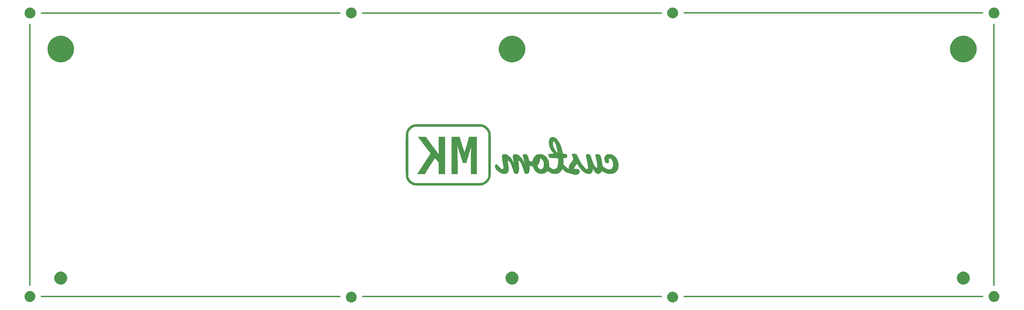
<source format=gbr>
%TF.GenerationSoftware,KiCad,Pcbnew,(5.1.6-0-10_14)*%
%TF.CreationDate,2021-09-05T18:40:08-05:00*%
%TF.ProjectId,EVO70_FR4_base,45564f37-305f-4465-9234-5f626173652e,rev?*%
%TF.SameCoordinates,Original*%
%TF.FileFunction,Soldermask,Bot*%
%TF.FilePolarity,Negative*%
%FSLAX46Y46*%
G04 Gerber Fmt 4.6, Leading zero omitted, Abs format (unit mm)*
G04 Created by KiCad (PCBNEW (5.1.6-0-10_14)) date 2021-09-05 18:40:08*
%MOMM*%
%LPD*%
G01*
G04 APERTURE LIST*
%ADD10C,0.508000*%
%ADD11C,0.010000*%
%ADD12C,0.100000*%
G04 APERTURE END LIST*
D10*
X284809333Y-103150000D02*
X394824000Y-103150000D01*
X166412667Y-103180000D02*
X276427334Y-103180000D01*
X48016000Y-103180000D02*
X158030667Y-103180000D01*
X43825000Y-107371000D02*
X43825000Y-203749000D01*
X48016000Y-207940000D02*
X158030667Y-207940000D01*
X166412700Y-207940000D02*
X276427367Y-207940000D01*
X284810000Y-207940000D02*
X394824000Y-207940000D01*
X399015000Y-107371000D02*
X399015000Y-203749000D01*
D11*
%TO.C,G1*%
G36*
X192042104Y-144223604D02*
G01*
X190920886Y-144225239D01*
X189926526Y-144228346D01*
X189050529Y-144233271D01*
X188284402Y-144240360D01*
X187619649Y-144249958D01*
X187047774Y-144262410D01*
X186560284Y-144278062D01*
X186148683Y-144297259D01*
X185804477Y-144320348D01*
X185519170Y-144347673D01*
X185284268Y-144379580D01*
X185091275Y-144416414D01*
X184931697Y-144458521D01*
X184797040Y-144506246D01*
X184678807Y-144559935D01*
X184568504Y-144619934D01*
X184457637Y-144686588D01*
X184337710Y-144760241D01*
X184304150Y-144780489D01*
X183620828Y-145281191D01*
X183065592Y-145882770D01*
X182648453Y-146572197D01*
X182398300Y-147261126D01*
X182373298Y-147367952D01*
X182351310Y-147492114D01*
X182332145Y-147644511D01*
X182315612Y-147836042D01*
X182301519Y-148077606D01*
X182289677Y-148380104D01*
X182279893Y-148754436D01*
X182271978Y-149211499D01*
X182265740Y-149762195D01*
X182260989Y-150417423D01*
X182257533Y-151188083D01*
X182255181Y-152085073D01*
X182253744Y-153119294D01*
X182253028Y-154301645D01*
X182252845Y-155565333D01*
X182253052Y-156897730D01*
X182253802Y-158071694D01*
X182255285Y-159098124D01*
X182257692Y-159987920D01*
X182261214Y-160751981D01*
X182266041Y-161401207D01*
X182272366Y-161946498D01*
X182280378Y-162398753D01*
X182290270Y-162768872D01*
X182302230Y-163067754D01*
X182316451Y-163306299D01*
X182333124Y-163495407D01*
X182352439Y-163645976D01*
X182374587Y-163768908D01*
X182398300Y-163869540D01*
X182681805Y-164627251D01*
X183112467Y-165308907D01*
X183680276Y-165901481D01*
X184304150Y-166350177D01*
X184427806Y-166425699D01*
X184540203Y-166494131D01*
X184649837Y-166555819D01*
X184765203Y-166611109D01*
X184894794Y-166660345D01*
X185047107Y-166703873D01*
X185230636Y-166742039D01*
X185453875Y-166775188D01*
X185725321Y-166803665D01*
X186053467Y-166827817D01*
X186446808Y-166847989D01*
X186913840Y-166864525D01*
X187463058Y-166877773D01*
X188102956Y-166888076D01*
X188842029Y-166895781D01*
X189688772Y-166901233D01*
X190651680Y-166904778D01*
X191739247Y-166906761D01*
X192959970Y-166907527D01*
X194322342Y-166907422D01*
X195834859Y-166906792D01*
X197506015Y-166905982D01*
X197965463Y-166905785D01*
X199638612Y-166904993D01*
X201150969Y-166903977D01*
X202511076Y-166902635D01*
X203727474Y-166900864D01*
X204808704Y-166898562D01*
X205763308Y-166895627D01*
X206599827Y-166891957D01*
X207326803Y-166887449D01*
X207952777Y-166882002D01*
X208486291Y-166875513D01*
X208935886Y-166867880D01*
X209310103Y-166859001D01*
X209617484Y-166848773D01*
X209866571Y-166837095D01*
X210065904Y-166823863D01*
X210224026Y-166808977D01*
X210349477Y-166792333D01*
X210450799Y-166773830D01*
X210528624Y-166755449D01*
X211264620Y-166479551D01*
X211932000Y-166064685D01*
X212509824Y-165532305D01*
X212977153Y-164903867D01*
X213313049Y-164200826D01*
X213437760Y-163774553D01*
X213463467Y-163574068D01*
X213486740Y-163219580D01*
X213507577Y-162726402D01*
X213525979Y-162109846D01*
X213541946Y-161385225D01*
X213555478Y-160567852D01*
X213566575Y-159673039D01*
X213575237Y-158716100D01*
X213581464Y-157712347D01*
X213585255Y-156677092D01*
X213586612Y-155625649D01*
X213585534Y-154573329D01*
X213582021Y-153535447D01*
X213576072Y-152527314D01*
X213567689Y-151564243D01*
X213556871Y-150661547D01*
X213543617Y-149834539D01*
X213527929Y-149098532D01*
X213509805Y-148468837D01*
X213489247Y-147960769D01*
X213466253Y-147589639D01*
X213453478Y-147479666D01*
X212680750Y-147479666D01*
X212680750Y-163651000D01*
X212455502Y-164131495D01*
X212087279Y-164738501D01*
X211604480Y-165258487D01*
X211037346Y-165665245D01*
X210416119Y-165932567D01*
X210358398Y-165948943D01*
X210267131Y-165964065D01*
X210105846Y-165977673D01*
X209867658Y-165989814D01*
X209545680Y-166000537D01*
X209133026Y-166009891D01*
X208622810Y-166017925D01*
X208008147Y-166024686D01*
X207282150Y-166030223D01*
X206437934Y-166034585D01*
X205468612Y-166037821D01*
X204367300Y-166039978D01*
X203127109Y-166041105D01*
X201741156Y-166041251D01*
X200202553Y-166040464D01*
X198504415Y-166038793D01*
X197737083Y-166037832D01*
X185502750Y-166021666D01*
X185018620Y-165794755D01*
X184409227Y-165420553D01*
X183879434Y-164919485D01*
X183467202Y-164328820D01*
X183406512Y-164212003D01*
X183132083Y-163654560D01*
X183132083Y-147476106D01*
X183406512Y-146918662D01*
X183792676Y-146315436D01*
X184303464Y-145794872D01*
X184900919Y-145394237D01*
X185018620Y-145335911D01*
X185502750Y-145109000D01*
X210313644Y-145109000D01*
X210871087Y-145383428D01*
X211474313Y-145769592D01*
X211994878Y-146280381D01*
X212395512Y-146877835D01*
X212453838Y-146995537D01*
X212680750Y-147479666D01*
X213453478Y-147479666D01*
X213440825Y-147370760D01*
X213437760Y-147356113D01*
X213186228Y-146620123D01*
X212791317Y-145946495D01*
X212273966Y-145356685D01*
X211655113Y-144872148D01*
X210955697Y-144514339D01*
X210528624Y-144375217D01*
X210441745Y-144354947D01*
X210338446Y-144336630D01*
X210210186Y-144320162D01*
X210048422Y-144305441D01*
X209844615Y-144292366D01*
X209590221Y-144280833D01*
X209276700Y-144270742D01*
X208895510Y-144261988D01*
X208438110Y-144254471D01*
X207895958Y-144248088D01*
X207260514Y-144242737D01*
X206523235Y-144238316D01*
X205675580Y-144234722D01*
X204709007Y-144231853D01*
X203614976Y-144229608D01*
X202384945Y-144227883D01*
X201010372Y-144226577D01*
X199482715Y-144225587D01*
X197965463Y-144224880D01*
X196251861Y-144224080D01*
X194699097Y-144223370D01*
X193298676Y-144223096D01*
X192042104Y-144223604D01*
G37*
X192042104Y-144223604D02*
X190920886Y-144225239D01*
X189926526Y-144228346D01*
X189050529Y-144233271D01*
X188284402Y-144240360D01*
X187619649Y-144249958D01*
X187047774Y-144262410D01*
X186560284Y-144278062D01*
X186148683Y-144297259D01*
X185804477Y-144320348D01*
X185519170Y-144347673D01*
X185284268Y-144379580D01*
X185091275Y-144416414D01*
X184931697Y-144458521D01*
X184797040Y-144506246D01*
X184678807Y-144559935D01*
X184568504Y-144619934D01*
X184457637Y-144686588D01*
X184337710Y-144760241D01*
X184304150Y-144780489D01*
X183620828Y-145281191D01*
X183065592Y-145882770D01*
X182648453Y-146572197D01*
X182398300Y-147261126D01*
X182373298Y-147367952D01*
X182351310Y-147492114D01*
X182332145Y-147644511D01*
X182315612Y-147836042D01*
X182301519Y-148077606D01*
X182289677Y-148380104D01*
X182279893Y-148754436D01*
X182271978Y-149211499D01*
X182265740Y-149762195D01*
X182260989Y-150417423D01*
X182257533Y-151188083D01*
X182255181Y-152085073D01*
X182253744Y-153119294D01*
X182253028Y-154301645D01*
X182252845Y-155565333D01*
X182253052Y-156897730D01*
X182253802Y-158071694D01*
X182255285Y-159098124D01*
X182257692Y-159987920D01*
X182261214Y-160751981D01*
X182266041Y-161401207D01*
X182272366Y-161946498D01*
X182280378Y-162398753D01*
X182290270Y-162768872D01*
X182302230Y-163067754D01*
X182316451Y-163306299D01*
X182333124Y-163495407D01*
X182352439Y-163645976D01*
X182374587Y-163768908D01*
X182398300Y-163869540D01*
X182681805Y-164627251D01*
X183112467Y-165308907D01*
X183680276Y-165901481D01*
X184304150Y-166350177D01*
X184427806Y-166425699D01*
X184540203Y-166494131D01*
X184649837Y-166555819D01*
X184765203Y-166611109D01*
X184894794Y-166660345D01*
X185047107Y-166703873D01*
X185230636Y-166742039D01*
X185453875Y-166775188D01*
X185725321Y-166803665D01*
X186053467Y-166827817D01*
X186446808Y-166847989D01*
X186913840Y-166864525D01*
X187463058Y-166877773D01*
X188102956Y-166888076D01*
X188842029Y-166895781D01*
X189688772Y-166901233D01*
X190651680Y-166904778D01*
X191739247Y-166906761D01*
X192959970Y-166907527D01*
X194322342Y-166907422D01*
X195834859Y-166906792D01*
X197506015Y-166905982D01*
X197965463Y-166905785D01*
X199638612Y-166904993D01*
X201150969Y-166903977D01*
X202511076Y-166902635D01*
X203727474Y-166900864D01*
X204808704Y-166898562D01*
X205763308Y-166895627D01*
X206599827Y-166891957D01*
X207326803Y-166887449D01*
X207952777Y-166882002D01*
X208486291Y-166875513D01*
X208935886Y-166867880D01*
X209310103Y-166859001D01*
X209617484Y-166848773D01*
X209866571Y-166837095D01*
X210065904Y-166823863D01*
X210224026Y-166808977D01*
X210349477Y-166792333D01*
X210450799Y-166773830D01*
X210528624Y-166755449D01*
X211264620Y-166479551D01*
X211932000Y-166064685D01*
X212509824Y-165532305D01*
X212977153Y-164903867D01*
X213313049Y-164200826D01*
X213437760Y-163774553D01*
X213463467Y-163574068D01*
X213486740Y-163219580D01*
X213507577Y-162726402D01*
X213525979Y-162109846D01*
X213541946Y-161385225D01*
X213555478Y-160567852D01*
X213566575Y-159673039D01*
X213575237Y-158716100D01*
X213581464Y-157712347D01*
X213585255Y-156677092D01*
X213586612Y-155625649D01*
X213585534Y-154573329D01*
X213582021Y-153535447D01*
X213576072Y-152527314D01*
X213567689Y-151564243D01*
X213556871Y-150661547D01*
X213543617Y-149834539D01*
X213527929Y-149098532D01*
X213509805Y-148468837D01*
X213489247Y-147960769D01*
X213466253Y-147589639D01*
X213453478Y-147479666D01*
X212680750Y-147479666D01*
X212680750Y-163651000D01*
X212455502Y-164131495D01*
X212087279Y-164738501D01*
X211604480Y-165258487D01*
X211037346Y-165665245D01*
X210416119Y-165932567D01*
X210358398Y-165948943D01*
X210267131Y-165964065D01*
X210105846Y-165977673D01*
X209867658Y-165989814D01*
X209545680Y-166000537D01*
X209133026Y-166009891D01*
X208622810Y-166017925D01*
X208008147Y-166024686D01*
X207282150Y-166030223D01*
X206437934Y-166034585D01*
X205468612Y-166037821D01*
X204367300Y-166039978D01*
X203127109Y-166041105D01*
X201741156Y-166041251D01*
X200202553Y-166040464D01*
X198504415Y-166038793D01*
X197737083Y-166037832D01*
X185502750Y-166021666D01*
X185018620Y-165794755D01*
X184409227Y-165420553D01*
X183879434Y-164919485D01*
X183467202Y-164328820D01*
X183406512Y-164212003D01*
X183132083Y-163654560D01*
X183132083Y-147476106D01*
X183406512Y-146918662D01*
X183792676Y-146315436D01*
X184303464Y-145794872D01*
X184900919Y-145394237D01*
X185018620Y-145335911D01*
X185502750Y-145109000D01*
X210313644Y-145109000D01*
X210871087Y-145383428D01*
X211474313Y-145769592D01*
X211994878Y-146280381D01*
X212395512Y-146877835D01*
X212453838Y-146995537D01*
X212680750Y-147479666D01*
X213453478Y-147479666D01*
X213440825Y-147370760D01*
X213437760Y-147356113D01*
X213186228Y-146620123D01*
X212791317Y-145946495D01*
X212273966Y-145356685D01*
X211655113Y-144872148D01*
X210955697Y-144514339D01*
X210528624Y-144375217D01*
X210441745Y-144354947D01*
X210338446Y-144336630D01*
X210210186Y-144320162D01*
X210048422Y-144305441D01*
X209844615Y-144292366D01*
X209590221Y-144280833D01*
X209276700Y-144270742D01*
X208895510Y-144261988D01*
X208438110Y-144254471D01*
X207895958Y-144248088D01*
X207260514Y-144242737D01*
X206523235Y-144238316D01*
X205675580Y-144234722D01*
X204709007Y-144231853D01*
X203614976Y-144229608D01*
X202384945Y-144227883D01*
X201010372Y-144226577D01*
X199482715Y-144225587D01*
X197965463Y-144224880D01*
X196251861Y-144224080D01*
X194699097Y-144223370D01*
X193298676Y-144223096D01*
X192042104Y-144223604D01*
G36*
X235930942Y-149084197D02*
G01*
X235572244Y-149274759D01*
X235303935Y-149598594D01*
X235122299Y-150060800D01*
X235023618Y-150666475D01*
X235008187Y-150908666D01*
X235038263Y-151768183D01*
X235210255Y-152575153D01*
X235531595Y-153349818D01*
X236009717Y-154112422D01*
X236337247Y-154528166D01*
X236854245Y-155142000D01*
X236070497Y-155150439D01*
X235595625Y-155161692D01*
X235262083Y-155188980D01*
X235042048Y-155240525D01*
X234907696Y-155324545D01*
X234831205Y-155449260D01*
X234807521Y-155523556D01*
X234804979Y-155836095D01*
X234937288Y-156155188D01*
X235179293Y-156431972D01*
X235329083Y-156536643D01*
X235462445Y-156602848D01*
X235619064Y-156651206D01*
X235828987Y-156685328D01*
X236122262Y-156708825D01*
X236528935Y-156725309D01*
X236993245Y-156736648D01*
X237523813Y-156746016D01*
X237908738Y-156760413D01*
X238171255Y-156797234D01*
X238334601Y-156873876D01*
X238422014Y-157007733D01*
X238456730Y-157216200D01*
X238461985Y-157516673D01*
X238460594Y-157835115D01*
X238442755Y-158386802D01*
X238391893Y-158938607D01*
X238314634Y-159442173D01*
X238217600Y-159849142D01*
X238163930Y-160000831D01*
X237907054Y-160412076D01*
X237544183Y-160703848D01*
X237103173Y-160860400D01*
X236629377Y-160868477D01*
X236195452Y-160763395D01*
X235798234Y-160558534D01*
X235408692Y-160249691D01*
X235075083Y-159948295D01*
X235075083Y-159256269D01*
X235064119Y-159121333D01*
X233152771Y-159121333D01*
X233149213Y-159523191D01*
X233117872Y-159816247D01*
X233049098Y-160060060D01*
X232972148Y-160236153D01*
X232714663Y-160625259D01*
X232402162Y-160859898D01*
X232048926Y-160936095D01*
X231669235Y-160849879D01*
X231379584Y-160679148D01*
X231156521Y-160451047D01*
X230954325Y-160140530D01*
X230809178Y-159813363D01*
X230757083Y-159547654D01*
X230819102Y-159361514D01*
X230979741Y-159138571D01*
X231046256Y-159069264D01*
X231319615Y-158708937D01*
X231531900Y-158243273D01*
X231660427Y-157731857D01*
X231688416Y-157382490D01*
X231694792Y-157116186D01*
X231725220Y-156977960D01*
X231796653Y-156926705D01*
X231878916Y-156920557D01*
X232144670Y-156990819D01*
X232436636Y-157178085D01*
X232700016Y-157445508D01*
X232942707Y-157867913D01*
X233091985Y-158405858D01*
X233151893Y-159074305D01*
X233152771Y-159121333D01*
X235064119Y-159121333D01*
X235003414Y-158374258D01*
X234787355Y-157578999D01*
X234425326Y-156866259D01*
X233967137Y-156285220D01*
X233444440Y-155828633D01*
X232873823Y-155525072D01*
X232226349Y-155361216D01*
X231889508Y-155328798D01*
X231355306Y-155325572D01*
X230922780Y-155391701D01*
X230533366Y-155541793D01*
X230179058Y-155755463D01*
X229862866Y-156039473D01*
X229558560Y-156431149D01*
X229293343Y-156881677D01*
X229094418Y-157342245D01*
X228988987Y-157764038D01*
X228979083Y-157908749D01*
X228971769Y-158017938D01*
X228928204Y-158078444D01*
X228815953Y-158094859D01*
X228602580Y-158071779D01*
X228255651Y-158013797D01*
X228247466Y-158012372D01*
X227957918Y-157957633D01*
X227793423Y-157901716D01*
X227711970Y-157815818D01*
X227671546Y-157671139D01*
X227660838Y-157610205D01*
X227538097Y-157016034D01*
X227387068Y-156483244D01*
X227218945Y-156044342D01*
X227044924Y-155731833D01*
X226990864Y-155664971D01*
X226820443Y-155501937D01*
X226644334Y-155408000D01*
X226398611Y-155356325D01*
X226206822Y-155335849D01*
X225823547Y-155325285D01*
X225578812Y-155383011D01*
X225452470Y-155518224D01*
X225423083Y-155693591D01*
X225442181Y-155847387D01*
X225494263Y-156126679D01*
X225571514Y-156492619D01*
X225666120Y-156906359D01*
X225672226Y-156932058D01*
X225774653Y-157382154D01*
X225866201Y-157820841D01*
X225936493Y-158196100D01*
X225973852Y-158444000D01*
X226026336Y-158909666D01*
X225824586Y-158437000D01*
X225407494Y-157583895D01*
X224933678Y-156835559D01*
X224517721Y-156324336D01*
X224082433Y-155897660D01*
X223678871Y-155604930D01*
X223270095Y-155425306D01*
X222819166Y-155337949D01*
X222759881Y-155332630D01*
X222456304Y-155314976D01*
X222264762Y-155331159D01*
X222129287Y-155393804D01*
X222006862Y-155502524D01*
X221848527Y-155707219D01*
X221754677Y-155957129D01*
X221722989Y-156280047D01*
X221751138Y-156703766D01*
X221836798Y-157256081D01*
X221852889Y-157343333D01*
X221929788Y-157750242D01*
X221999820Y-158113569D01*
X222054664Y-158390576D01*
X222083678Y-158528666D01*
X222068082Y-158547872D01*
X221988511Y-158437409D01*
X221858462Y-158218181D01*
X221720517Y-157966086D01*
X221235748Y-157150805D01*
X220727245Y-156479144D01*
X220201086Y-155956065D01*
X219663350Y-155586531D01*
X219120114Y-155375503D01*
X218577458Y-155327944D01*
X218497646Y-155335084D01*
X218211776Y-155396278D01*
X217993232Y-155517039D01*
X217839855Y-155711428D01*
X217749485Y-155993507D01*
X217719965Y-156377338D01*
X217749135Y-156876981D01*
X217834837Y-157506497D01*
X217974912Y-158279949D01*
X218014750Y-158480457D01*
X218140003Y-159117467D01*
X218228364Y-159611591D01*
X218281003Y-159984942D01*
X218299095Y-160259634D01*
X218283811Y-160457781D01*
X218236324Y-160601495D01*
X218157806Y-160712891D01*
X218134413Y-160737337D01*
X217948007Y-160856561D01*
X217728385Y-160862491D01*
X217463885Y-160748563D01*
X217142843Y-160508216D01*
X216753598Y-160134887D01*
X216415905Y-159770398D01*
X216159344Y-159497087D01*
X215927740Y-159274225D01*
X215753625Y-159131953D01*
X215689884Y-159097707D01*
X215465075Y-159107027D01*
X215298629Y-159246245D01*
X215195976Y-159484413D01*
X215162544Y-159790583D01*
X215203763Y-160133806D01*
X215325063Y-160483134D01*
X215417467Y-160650458D01*
X215710035Y-161028284D01*
X216108937Y-161430003D01*
X216564893Y-161812751D01*
X217028618Y-162133662D01*
X217288679Y-162278005D01*
X217601429Y-162420534D01*
X217864775Y-162502512D01*
X218152122Y-162540047D01*
X218524776Y-162549229D01*
X218890647Y-162542664D01*
X219141555Y-162513955D01*
X219331529Y-162451708D01*
X219514596Y-162344529D01*
X219523245Y-162338666D01*
X219790096Y-162105837D01*
X219981925Y-161811203D01*
X220101170Y-161437566D01*
X220150267Y-160967731D01*
X220131654Y-160384500D01*
X220047768Y-159670677D01*
X219969813Y-159188007D01*
X219873467Y-158589356D01*
X219822425Y-158146531D01*
X219819481Y-157851446D01*
X219867426Y-157696017D01*
X219969055Y-157672159D01*
X220127160Y-157771788D01*
X220344535Y-157986818D01*
X220373710Y-158018858D01*
X220711007Y-158475087D01*
X221048615Y-159095814D01*
X221384370Y-159876221D01*
X221716104Y-160811489D01*
X221908600Y-161432416D01*
X222024528Y-161783447D01*
X222146242Y-162085749D01*
X222253704Y-162291703D01*
X222289610Y-162337860D01*
X222564676Y-162505523D01*
X222910658Y-162569415D01*
X223257665Y-162519818D01*
X223344860Y-162484572D01*
X223603793Y-162289040D01*
X223792906Y-161977716D01*
X223913527Y-161542508D01*
X223966979Y-160975323D01*
X223954588Y-160268069D01*
X223877680Y-159412654D01*
X223865117Y-159307353D01*
X223800421Y-158763124D01*
X223758599Y-158363061D01*
X223739751Y-158083534D01*
X223743977Y-157900915D01*
X223771377Y-157791574D01*
X223822051Y-157731883D01*
X223871880Y-157706811D01*
X224039359Y-157729291D01*
X224240294Y-157898875D01*
X224465233Y-158198858D01*
X224704726Y-158612537D01*
X224949321Y-159123210D01*
X225189568Y-159714171D01*
X225416016Y-160368717D01*
X225462659Y-160518333D01*
X225656111Y-161144362D01*
X225814162Y-161626630D01*
X225949080Y-161983860D01*
X226073132Y-162234776D01*
X226198585Y-162398102D01*
X226337707Y-162492561D01*
X226502765Y-162536877D01*
X226706026Y-162549775D01*
X226793970Y-162550333D01*
X227105550Y-162514206D01*
X227350895Y-162395204D01*
X227538348Y-162177392D01*
X227676256Y-161844837D01*
X227772963Y-161381604D01*
X227836813Y-160771761D01*
X227852459Y-160529272D01*
X227904864Y-159608879D01*
X228336140Y-159660703D01*
X228612881Y-159691004D01*
X228833874Y-159710042D01*
X228904239Y-159713264D01*
X229022345Y-159796516D01*
X229154937Y-160039453D01*
X229218685Y-160200833D01*
X229561077Y-160940718D01*
X230000768Y-161544614D01*
X230543059Y-162018694D01*
X231011083Y-162288407D01*
X231640023Y-162501019D01*
X232289817Y-162563086D01*
X232930147Y-162479655D01*
X233530689Y-162255768D01*
X234061126Y-161896470D01*
X234208396Y-161756517D01*
X234543064Y-161411665D01*
X235013476Y-161776948D01*
X235507387Y-162125505D01*
X235959935Y-162356015D01*
X236427787Y-162488503D01*
X236967608Y-162542995D01*
X237193530Y-162547388D01*
X237588040Y-162543931D01*
X237872191Y-162522243D01*
X238104838Y-162470489D01*
X238344835Y-162376835D01*
X238566350Y-162271345D01*
X239122586Y-161922744D01*
X239539844Y-161488142D01*
X239792897Y-161047500D01*
X239890981Y-160849639D01*
X239966082Y-160738678D01*
X239980877Y-160730002D01*
X240057315Y-160790170D01*
X240195296Y-160942023D01*
X240264491Y-161026291D01*
X240569013Y-161344260D01*
X240959262Y-161663453D01*
X241374031Y-161938895D01*
X241752114Y-162125610D01*
X241768962Y-162131812D01*
X242071181Y-162221467D01*
X242439599Y-162304715D01*
X242662256Y-162343356D01*
X243035215Y-162426937D01*
X243420608Y-162557195D01*
X243609578Y-162642338D01*
X244073715Y-162816556D01*
X244587987Y-162902051D01*
X245087608Y-162892862D01*
X245440154Y-162810778D01*
X245833351Y-162598083D01*
X246114343Y-162312516D01*
X246278471Y-161983250D01*
X246321079Y-161639458D01*
X246237510Y-161310314D01*
X246023108Y-161024991D01*
X245753545Y-160847550D01*
X245526715Y-160768539D01*
X245257531Y-160741947D01*
X244885171Y-160761812D01*
X244881992Y-160762107D01*
X244566727Y-160784616D01*
X244387213Y-160776688D01*
X244312037Y-160734891D01*
X244303750Y-160698902D01*
X244355265Y-160433327D01*
X244496724Y-160080828D01*
X244708493Y-159683584D01*
X244946884Y-159317181D01*
X245336339Y-158771408D01*
X245655669Y-159317863D01*
X246008773Y-159874717D01*
X246413387Y-160435085D01*
X246836224Y-160957248D01*
X247243995Y-161399484D01*
X247518119Y-161652122D01*
X248123929Y-162086658D01*
X248727933Y-162386896D01*
X249312672Y-162547982D01*
X249860687Y-162565066D01*
X250344731Y-162437667D01*
X250597876Y-162303740D01*
X250769455Y-162139279D01*
X250917538Y-161884521D01*
X250951381Y-161813320D01*
X251076584Y-161475746D01*
X251150787Y-161139039D01*
X251160923Y-161005166D01*
X251175673Y-160785347D01*
X251211789Y-160658047D01*
X251229691Y-160645333D01*
X251294863Y-160717780D01*
X251386923Y-160902987D01*
X251444125Y-161047500D01*
X251703479Y-161591672D01*
X252037484Y-162030531D01*
X252426554Y-162348411D01*
X252851100Y-162529647D01*
X253291535Y-162558575D01*
X253327572Y-162553735D01*
X253729420Y-162418218D01*
X254085763Y-162161584D01*
X254341806Y-161825913D01*
X254378922Y-161746389D01*
X254459886Y-161572453D01*
X254514665Y-161492564D01*
X254517088Y-161492000D01*
X254598396Y-161537330D01*
X254770221Y-161653200D01*
X254896814Y-161743315D01*
X255250899Y-161954964D01*
X255709679Y-162167029D01*
X256210302Y-162355393D01*
X256689916Y-162495939D01*
X257020561Y-162558251D01*
X257464721Y-162571963D01*
X257972277Y-162528284D01*
X258476201Y-162437545D01*
X258909468Y-162310079D01*
X259063926Y-162243290D01*
X259422996Y-162016027D01*
X259786535Y-161707139D01*
X260100406Y-161368020D01*
X260301242Y-161068666D01*
X260519045Y-160483430D01*
X260622905Y-159799763D01*
X260621159Y-159086830D01*
X260498706Y-158242840D01*
X260243743Y-157471551D01*
X259866148Y-156788957D01*
X259375802Y-156211054D01*
X258782582Y-155753836D01*
X258453244Y-155576777D01*
X258171384Y-155459118D01*
X257906605Y-155390890D01*
X257593136Y-155359883D01*
X257251567Y-155353666D01*
X256879582Y-155359560D01*
X256623760Y-155384747D01*
X256431121Y-155440489D01*
X256248686Y-155538043D01*
X256182324Y-155580913D01*
X255818125Y-155919637D01*
X255582197Y-156367722D01*
X255475713Y-156922640D01*
X255469166Y-157119996D01*
X255520643Y-157637794D01*
X255666688Y-158064599D01*
X255894723Y-158381328D01*
X256192170Y-158568897D01*
X256453417Y-158613333D01*
X256709828Y-158568602D01*
X256903237Y-158479436D01*
X256995520Y-158401491D01*
X257050214Y-158300368D01*
X257074955Y-158136378D01*
X257077380Y-157869832D01*
X257070242Y-157611603D01*
X257046083Y-156877666D01*
X257371388Y-156850923D01*
X257579992Y-156851210D01*
X257744012Y-156913298D01*
X257925503Y-157066983D01*
X258017047Y-157160942D01*
X258332972Y-157598760D01*
X258547111Y-158147395D01*
X258665557Y-158822845D01*
X258670542Y-158876653D01*
X258669801Y-159517868D01*
X258550318Y-160051841D01*
X258318484Y-160471088D01*
X257980687Y-160768127D01*
X257543317Y-160935474D01*
X257012763Y-160965646D01*
X256896375Y-160954602D01*
X256550895Y-160869289D01*
X256131744Y-160700043D01*
X255693075Y-160473992D01*
X255289041Y-160218267D01*
X255046339Y-160027780D01*
X254908208Y-159898369D01*
X254814511Y-159776005D01*
X254751103Y-159620805D01*
X254703838Y-159392884D01*
X254658572Y-159052358D01*
X254637918Y-158876218D01*
X254566414Y-158374506D01*
X254465435Y-157819646D01*
X254345433Y-157257928D01*
X254216857Y-156735646D01*
X254090159Y-156299092D01*
X253999448Y-156048080D01*
X253789477Y-155689401D01*
X253501165Y-155461802D01*
X253105404Y-155345521D01*
X252938379Y-155327627D01*
X252646851Y-155317928D01*
X252430852Y-155348534D01*
X252286105Y-155437227D01*
X252208333Y-155601794D01*
X252193261Y-155860018D01*
X252236611Y-156229686D01*
X252334106Y-156728580D01*
X252464027Y-157300277D01*
X252585478Y-157862539D01*
X252688555Y-158425807D01*
X252769019Y-158957845D01*
X252822629Y-159426417D01*
X252845146Y-159799285D01*
X252832332Y-160044213D01*
X252827689Y-160065620D01*
X252740558Y-160250051D01*
X252639711Y-160338706D01*
X252437881Y-160329070D01*
X252206107Y-160167424D01*
X251951858Y-159866906D01*
X251682603Y-159440655D01*
X251405811Y-158901809D01*
X251128950Y-158263506D01*
X250859488Y-157538884D01*
X250616093Y-156778927D01*
X250451165Y-156260172D01*
X250299568Y-155883981D01*
X250143309Y-155626508D01*
X249964394Y-155463906D01*
X249744828Y-155372328D01*
X249525754Y-155333946D01*
X249237345Y-155318769D01*
X248983405Y-155333485D01*
X248923122Y-155344836D01*
X248793399Y-155394621D01*
X248729131Y-155491609D01*
X248707901Y-155685195D01*
X248706416Y-155822384D01*
X248724955Y-156077716D01*
X248775203Y-156445149D01*
X248849109Y-156872183D01*
X248923669Y-157238937D01*
X249115607Y-158137170D01*
X249266854Y-158890008D01*
X249376600Y-159492983D01*
X249444034Y-159941624D01*
X249468346Y-160231464D01*
X249468416Y-160242998D01*
X249416256Y-160520049D01*
X249282828Y-160750656D01*
X249102717Y-160884279D01*
X249019326Y-160899333D01*
X248781786Y-160827560D01*
X248478977Y-160621927D01*
X248127207Y-160296959D01*
X247742787Y-159867182D01*
X247466126Y-159515924D01*
X247183404Y-159127862D01*
X246930450Y-158751333D01*
X246690410Y-158356274D01*
X246446430Y-157912624D01*
X246181655Y-157390322D01*
X245879233Y-156759305D01*
X245675560Y-156322197D01*
X245486219Y-155924025D01*
X245339977Y-155651508D01*
X245215502Y-155473702D01*
X245091465Y-155359666D01*
X244960573Y-155285030D01*
X244671858Y-155195478D01*
X244317490Y-155149981D01*
X243965662Y-155151358D01*
X243684568Y-155202430D01*
X243620850Y-155229645D01*
X243508293Y-155315335D01*
X243468735Y-155436366D01*
X243504353Y-155626829D01*
X243617325Y-155920816D01*
X243673190Y-156049159D01*
X243839077Y-156454564D01*
X243932137Y-156789503D01*
X243945567Y-157089007D01*
X243872565Y-157388106D01*
X243706331Y-157721831D01*
X243440064Y-158125213D01*
X243208242Y-158443899D01*
X242850866Y-158950376D01*
X242599392Y-159371219D01*
X242438674Y-159739202D01*
X242353564Y-160087100D01*
X242330623Y-160342810D01*
X242313353Y-160599771D01*
X242286021Y-160771107D01*
X242263286Y-160814522D01*
X242136065Y-160758276D01*
X241919615Y-160605343D01*
X241643154Y-160380049D01*
X241335900Y-160106720D01*
X241027071Y-159809683D01*
X240899328Y-159678907D01*
X240325887Y-159079000D01*
X240325152Y-157914833D01*
X240324416Y-156750666D01*
X240832416Y-156750666D01*
X241228206Y-156718095D01*
X241486816Y-156608271D01*
X241629755Y-156403032D01*
X241678535Y-156084215D01*
X241679083Y-156035721D01*
X241636528Y-155675819D01*
X241496145Y-155424116D01*
X241238858Y-155263763D01*
X240845590Y-155177917D01*
X240691610Y-155163693D01*
X240093768Y-155120917D01*
X240024388Y-154729304D01*
X238203861Y-154729304D01*
X238189126Y-154814189D01*
X238135480Y-154816790D01*
X238021714Y-154723133D01*
X237826621Y-154519243D01*
X237738000Y-154422333D01*
X237461912Y-154085828D01*
X237187980Y-153698480D01*
X236982293Y-153356193D01*
X236697455Y-152716286D01*
X236512619Y-152083381D01*
X236433493Y-151489824D01*
X236465786Y-150967960D01*
X236522699Y-150751967D01*
X236641933Y-150543334D01*
X236792285Y-150491673D01*
X236965711Y-150589214D01*
X237154163Y-150828187D01*
X237349597Y-151200823D01*
X237543968Y-151699351D01*
X237563462Y-151757102D01*
X237659578Y-152078340D01*
X237767415Y-152491199D01*
X237878768Y-152957614D01*
X237985437Y-153439517D01*
X238079220Y-153898840D01*
X238151914Y-154297518D01*
X238195317Y-154597482D01*
X238203861Y-154729304D01*
X240024388Y-154729304D01*
X239986885Y-154517625D01*
X239794275Y-153645144D01*
X239530019Y-152765417D01*
X239209228Y-151915411D01*
X238847014Y-151132092D01*
X238458487Y-150452428D01*
X238148219Y-150019666D01*
X237677063Y-149536717D01*
X237174820Y-149209319D01*
X236651133Y-149042925D01*
X236383745Y-149021809D01*
X235930942Y-149084197D01*
G37*
X235930942Y-149084197D02*
X235572244Y-149274759D01*
X235303935Y-149598594D01*
X235122299Y-150060800D01*
X235023618Y-150666475D01*
X235008187Y-150908666D01*
X235038263Y-151768183D01*
X235210255Y-152575153D01*
X235531595Y-153349818D01*
X236009717Y-154112422D01*
X236337247Y-154528166D01*
X236854245Y-155142000D01*
X236070497Y-155150439D01*
X235595625Y-155161692D01*
X235262083Y-155188980D01*
X235042048Y-155240525D01*
X234907696Y-155324545D01*
X234831205Y-155449260D01*
X234807521Y-155523556D01*
X234804979Y-155836095D01*
X234937288Y-156155188D01*
X235179293Y-156431972D01*
X235329083Y-156536643D01*
X235462445Y-156602848D01*
X235619064Y-156651206D01*
X235828987Y-156685328D01*
X236122262Y-156708825D01*
X236528935Y-156725309D01*
X236993245Y-156736648D01*
X237523813Y-156746016D01*
X237908738Y-156760413D01*
X238171255Y-156797234D01*
X238334601Y-156873876D01*
X238422014Y-157007733D01*
X238456730Y-157216200D01*
X238461985Y-157516673D01*
X238460594Y-157835115D01*
X238442755Y-158386802D01*
X238391893Y-158938607D01*
X238314634Y-159442173D01*
X238217600Y-159849142D01*
X238163930Y-160000831D01*
X237907054Y-160412076D01*
X237544183Y-160703848D01*
X237103173Y-160860400D01*
X236629377Y-160868477D01*
X236195452Y-160763395D01*
X235798234Y-160558534D01*
X235408692Y-160249691D01*
X235075083Y-159948295D01*
X235075083Y-159256269D01*
X235064119Y-159121333D01*
X233152771Y-159121333D01*
X233149213Y-159523191D01*
X233117872Y-159816247D01*
X233049098Y-160060060D01*
X232972148Y-160236153D01*
X232714663Y-160625259D01*
X232402162Y-160859898D01*
X232048926Y-160936095D01*
X231669235Y-160849879D01*
X231379584Y-160679148D01*
X231156521Y-160451047D01*
X230954325Y-160140530D01*
X230809178Y-159813363D01*
X230757083Y-159547654D01*
X230819102Y-159361514D01*
X230979741Y-159138571D01*
X231046256Y-159069264D01*
X231319615Y-158708937D01*
X231531900Y-158243273D01*
X231660427Y-157731857D01*
X231688416Y-157382490D01*
X231694792Y-157116186D01*
X231725220Y-156977960D01*
X231796653Y-156926705D01*
X231878916Y-156920557D01*
X232144670Y-156990819D01*
X232436636Y-157178085D01*
X232700016Y-157445508D01*
X232942707Y-157867913D01*
X233091985Y-158405858D01*
X233151893Y-159074305D01*
X233152771Y-159121333D01*
X235064119Y-159121333D01*
X235003414Y-158374258D01*
X234787355Y-157578999D01*
X234425326Y-156866259D01*
X233967137Y-156285220D01*
X233444440Y-155828633D01*
X232873823Y-155525072D01*
X232226349Y-155361216D01*
X231889508Y-155328798D01*
X231355306Y-155325572D01*
X230922780Y-155391701D01*
X230533366Y-155541793D01*
X230179058Y-155755463D01*
X229862866Y-156039473D01*
X229558560Y-156431149D01*
X229293343Y-156881677D01*
X229094418Y-157342245D01*
X228988987Y-157764038D01*
X228979083Y-157908749D01*
X228971769Y-158017938D01*
X228928204Y-158078444D01*
X228815953Y-158094859D01*
X228602580Y-158071779D01*
X228255651Y-158013797D01*
X228247466Y-158012372D01*
X227957918Y-157957633D01*
X227793423Y-157901716D01*
X227711970Y-157815818D01*
X227671546Y-157671139D01*
X227660838Y-157610205D01*
X227538097Y-157016034D01*
X227387068Y-156483244D01*
X227218945Y-156044342D01*
X227044924Y-155731833D01*
X226990864Y-155664971D01*
X226820443Y-155501937D01*
X226644334Y-155408000D01*
X226398611Y-155356325D01*
X226206822Y-155335849D01*
X225823547Y-155325285D01*
X225578812Y-155383011D01*
X225452470Y-155518224D01*
X225423083Y-155693591D01*
X225442181Y-155847387D01*
X225494263Y-156126679D01*
X225571514Y-156492619D01*
X225666120Y-156906359D01*
X225672226Y-156932058D01*
X225774653Y-157382154D01*
X225866201Y-157820841D01*
X225936493Y-158196100D01*
X225973852Y-158444000D01*
X226026336Y-158909666D01*
X225824586Y-158437000D01*
X225407494Y-157583895D01*
X224933678Y-156835559D01*
X224517721Y-156324336D01*
X224082433Y-155897660D01*
X223678871Y-155604930D01*
X223270095Y-155425306D01*
X222819166Y-155337949D01*
X222759881Y-155332630D01*
X222456304Y-155314976D01*
X222264762Y-155331159D01*
X222129287Y-155393804D01*
X222006862Y-155502524D01*
X221848527Y-155707219D01*
X221754677Y-155957129D01*
X221722989Y-156280047D01*
X221751138Y-156703766D01*
X221836798Y-157256081D01*
X221852889Y-157343333D01*
X221929788Y-157750242D01*
X221999820Y-158113569D01*
X222054664Y-158390576D01*
X222083678Y-158528666D01*
X222068082Y-158547872D01*
X221988511Y-158437409D01*
X221858462Y-158218181D01*
X221720517Y-157966086D01*
X221235748Y-157150805D01*
X220727245Y-156479144D01*
X220201086Y-155956065D01*
X219663350Y-155586531D01*
X219120114Y-155375503D01*
X218577458Y-155327944D01*
X218497646Y-155335084D01*
X218211776Y-155396278D01*
X217993232Y-155517039D01*
X217839855Y-155711428D01*
X217749485Y-155993507D01*
X217719965Y-156377338D01*
X217749135Y-156876981D01*
X217834837Y-157506497D01*
X217974912Y-158279949D01*
X218014750Y-158480457D01*
X218140003Y-159117467D01*
X218228364Y-159611591D01*
X218281003Y-159984942D01*
X218299095Y-160259634D01*
X218283811Y-160457781D01*
X218236324Y-160601495D01*
X218157806Y-160712891D01*
X218134413Y-160737337D01*
X217948007Y-160856561D01*
X217728385Y-160862491D01*
X217463885Y-160748563D01*
X217142843Y-160508216D01*
X216753598Y-160134887D01*
X216415905Y-159770398D01*
X216159344Y-159497087D01*
X215927740Y-159274225D01*
X215753625Y-159131953D01*
X215689884Y-159097707D01*
X215465075Y-159107027D01*
X215298629Y-159246245D01*
X215195976Y-159484413D01*
X215162544Y-159790583D01*
X215203763Y-160133806D01*
X215325063Y-160483134D01*
X215417467Y-160650458D01*
X215710035Y-161028284D01*
X216108937Y-161430003D01*
X216564893Y-161812751D01*
X217028618Y-162133662D01*
X217288679Y-162278005D01*
X217601429Y-162420534D01*
X217864775Y-162502512D01*
X218152122Y-162540047D01*
X218524776Y-162549229D01*
X218890647Y-162542664D01*
X219141555Y-162513955D01*
X219331529Y-162451708D01*
X219514596Y-162344529D01*
X219523245Y-162338666D01*
X219790096Y-162105837D01*
X219981925Y-161811203D01*
X220101170Y-161437566D01*
X220150267Y-160967731D01*
X220131654Y-160384500D01*
X220047768Y-159670677D01*
X219969813Y-159188007D01*
X219873467Y-158589356D01*
X219822425Y-158146531D01*
X219819481Y-157851446D01*
X219867426Y-157696017D01*
X219969055Y-157672159D01*
X220127160Y-157771788D01*
X220344535Y-157986818D01*
X220373710Y-158018858D01*
X220711007Y-158475087D01*
X221048615Y-159095814D01*
X221384370Y-159876221D01*
X221716104Y-160811489D01*
X221908600Y-161432416D01*
X222024528Y-161783447D01*
X222146242Y-162085749D01*
X222253704Y-162291703D01*
X222289610Y-162337860D01*
X222564676Y-162505523D01*
X222910658Y-162569415D01*
X223257665Y-162519818D01*
X223344860Y-162484572D01*
X223603793Y-162289040D01*
X223792906Y-161977716D01*
X223913527Y-161542508D01*
X223966979Y-160975323D01*
X223954588Y-160268069D01*
X223877680Y-159412654D01*
X223865117Y-159307353D01*
X223800421Y-158763124D01*
X223758599Y-158363061D01*
X223739751Y-158083534D01*
X223743977Y-157900915D01*
X223771377Y-157791574D01*
X223822051Y-157731883D01*
X223871880Y-157706811D01*
X224039359Y-157729291D01*
X224240294Y-157898875D01*
X224465233Y-158198858D01*
X224704726Y-158612537D01*
X224949321Y-159123210D01*
X225189568Y-159714171D01*
X225416016Y-160368717D01*
X225462659Y-160518333D01*
X225656111Y-161144362D01*
X225814162Y-161626630D01*
X225949080Y-161983860D01*
X226073132Y-162234776D01*
X226198585Y-162398102D01*
X226337707Y-162492561D01*
X226502765Y-162536877D01*
X226706026Y-162549775D01*
X226793970Y-162550333D01*
X227105550Y-162514206D01*
X227350895Y-162395204D01*
X227538348Y-162177392D01*
X227676256Y-161844837D01*
X227772963Y-161381604D01*
X227836813Y-160771761D01*
X227852459Y-160529272D01*
X227904864Y-159608879D01*
X228336140Y-159660703D01*
X228612881Y-159691004D01*
X228833874Y-159710042D01*
X228904239Y-159713264D01*
X229022345Y-159796516D01*
X229154937Y-160039453D01*
X229218685Y-160200833D01*
X229561077Y-160940718D01*
X230000768Y-161544614D01*
X230543059Y-162018694D01*
X231011083Y-162288407D01*
X231640023Y-162501019D01*
X232289817Y-162563086D01*
X232930147Y-162479655D01*
X233530689Y-162255768D01*
X234061126Y-161896470D01*
X234208396Y-161756517D01*
X234543064Y-161411665D01*
X235013476Y-161776948D01*
X235507387Y-162125505D01*
X235959935Y-162356015D01*
X236427787Y-162488503D01*
X236967608Y-162542995D01*
X237193530Y-162547388D01*
X237588040Y-162543931D01*
X237872191Y-162522243D01*
X238104838Y-162470489D01*
X238344835Y-162376835D01*
X238566350Y-162271345D01*
X239122586Y-161922744D01*
X239539844Y-161488142D01*
X239792897Y-161047500D01*
X239890981Y-160849639D01*
X239966082Y-160738678D01*
X239980877Y-160730002D01*
X240057315Y-160790170D01*
X240195296Y-160942023D01*
X240264491Y-161026291D01*
X240569013Y-161344260D01*
X240959262Y-161663453D01*
X241374031Y-161938895D01*
X241752114Y-162125610D01*
X241768962Y-162131812D01*
X242071181Y-162221467D01*
X242439599Y-162304715D01*
X242662256Y-162343356D01*
X243035215Y-162426937D01*
X243420608Y-162557195D01*
X243609578Y-162642338D01*
X244073715Y-162816556D01*
X244587987Y-162902051D01*
X245087608Y-162892862D01*
X245440154Y-162810778D01*
X245833351Y-162598083D01*
X246114343Y-162312516D01*
X246278471Y-161983250D01*
X246321079Y-161639458D01*
X246237510Y-161310314D01*
X246023108Y-161024991D01*
X245753545Y-160847550D01*
X245526715Y-160768539D01*
X245257531Y-160741947D01*
X244885171Y-160761812D01*
X244881992Y-160762107D01*
X244566727Y-160784616D01*
X244387213Y-160776688D01*
X244312037Y-160734891D01*
X244303750Y-160698902D01*
X244355265Y-160433327D01*
X244496724Y-160080828D01*
X244708493Y-159683584D01*
X244946884Y-159317181D01*
X245336339Y-158771408D01*
X245655669Y-159317863D01*
X246008773Y-159874717D01*
X246413387Y-160435085D01*
X246836224Y-160957248D01*
X247243995Y-161399484D01*
X247518119Y-161652122D01*
X248123929Y-162086658D01*
X248727933Y-162386896D01*
X249312672Y-162547982D01*
X249860687Y-162565066D01*
X250344731Y-162437667D01*
X250597876Y-162303740D01*
X250769455Y-162139279D01*
X250917538Y-161884521D01*
X250951381Y-161813320D01*
X251076584Y-161475746D01*
X251150787Y-161139039D01*
X251160923Y-161005166D01*
X251175673Y-160785347D01*
X251211789Y-160658047D01*
X251229691Y-160645333D01*
X251294863Y-160717780D01*
X251386923Y-160902987D01*
X251444125Y-161047500D01*
X251703479Y-161591672D01*
X252037484Y-162030531D01*
X252426554Y-162348411D01*
X252851100Y-162529647D01*
X253291535Y-162558575D01*
X253327572Y-162553735D01*
X253729420Y-162418218D01*
X254085763Y-162161584D01*
X254341806Y-161825913D01*
X254378922Y-161746389D01*
X254459886Y-161572453D01*
X254514665Y-161492564D01*
X254517088Y-161492000D01*
X254598396Y-161537330D01*
X254770221Y-161653200D01*
X254896814Y-161743315D01*
X255250899Y-161954964D01*
X255709679Y-162167029D01*
X256210302Y-162355393D01*
X256689916Y-162495939D01*
X257020561Y-162558251D01*
X257464721Y-162571963D01*
X257972277Y-162528284D01*
X258476201Y-162437545D01*
X258909468Y-162310079D01*
X259063926Y-162243290D01*
X259422996Y-162016027D01*
X259786535Y-161707139D01*
X260100406Y-161368020D01*
X260301242Y-161068666D01*
X260519045Y-160483430D01*
X260622905Y-159799763D01*
X260621159Y-159086830D01*
X260498706Y-158242840D01*
X260243743Y-157471551D01*
X259866148Y-156788957D01*
X259375802Y-156211054D01*
X258782582Y-155753836D01*
X258453244Y-155576777D01*
X258171384Y-155459118D01*
X257906605Y-155390890D01*
X257593136Y-155359883D01*
X257251567Y-155353666D01*
X256879582Y-155359560D01*
X256623760Y-155384747D01*
X256431121Y-155440489D01*
X256248686Y-155538043D01*
X256182324Y-155580913D01*
X255818125Y-155919637D01*
X255582197Y-156367722D01*
X255475713Y-156922640D01*
X255469166Y-157119996D01*
X255520643Y-157637794D01*
X255666688Y-158064599D01*
X255894723Y-158381328D01*
X256192170Y-158568897D01*
X256453417Y-158613333D01*
X256709828Y-158568602D01*
X256903237Y-158479436D01*
X256995520Y-158401491D01*
X257050214Y-158300368D01*
X257074955Y-158136378D01*
X257077380Y-157869832D01*
X257070242Y-157611603D01*
X257046083Y-156877666D01*
X257371388Y-156850923D01*
X257579992Y-156851210D01*
X257744012Y-156913298D01*
X257925503Y-157066983D01*
X258017047Y-157160942D01*
X258332972Y-157598760D01*
X258547111Y-158147395D01*
X258665557Y-158822845D01*
X258670542Y-158876653D01*
X258669801Y-159517868D01*
X258550318Y-160051841D01*
X258318484Y-160471088D01*
X257980687Y-160768127D01*
X257543317Y-160935474D01*
X257012763Y-160965646D01*
X256896375Y-160954602D01*
X256550895Y-160869289D01*
X256131744Y-160700043D01*
X255693075Y-160473992D01*
X255289041Y-160218267D01*
X255046339Y-160027780D01*
X254908208Y-159898369D01*
X254814511Y-159776005D01*
X254751103Y-159620805D01*
X254703838Y-159392884D01*
X254658572Y-159052358D01*
X254637918Y-158876218D01*
X254566414Y-158374506D01*
X254465435Y-157819646D01*
X254345433Y-157257928D01*
X254216857Y-156735646D01*
X254090159Y-156299092D01*
X253999448Y-156048080D01*
X253789477Y-155689401D01*
X253501165Y-155461802D01*
X253105404Y-155345521D01*
X252938379Y-155327627D01*
X252646851Y-155317928D01*
X252430852Y-155348534D01*
X252286105Y-155437227D01*
X252208333Y-155601794D01*
X252193261Y-155860018D01*
X252236611Y-156229686D01*
X252334106Y-156728580D01*
X252464027Y-157300277D01*
X252585478Y-157862539D01*
X252688555Y-158425807D01*
X252769019Y-158957845D01*
X252822629Y-159426417D01*
X252845146Y-159799285D01*
X252832332Y-160044213D01*
X252827689Y-160065620D01*
X252740558Y-160250051D01*
X252639711Y-160338706D01*
X252437881Y-160329070D01*
X252206107Y-160167424D01*
X251951858Y-159866906D01*
X251682603Y-159440655D01*
X251405811Y-158901809D01*
X251128950Y-158263506D01*
X250859488Y-157538884D01*
X250616093Y-156778927D01*
X250451165Y-156260172D01*
X250299568Y-155883981D01*
X250143309Y-155626508D01*
X249964394Y-155463906D01*
X249744828Y-155372328D01*
X249525754Y-155333946D01*
X249237345Y-155318769D01*
X248983405Y-155333485D01*
X248923122Y-155344836D01*
X248793399Y-155394621D01*
X248729131Y-155491609D01*
X248707901Y-155685195D01*
X248706416Y-155822384D01*
X248724955Y-156077716D01*
X248775203Y-156445149D01*
X248849109Y-156872183D01*
X248923669Y-157238937D01*
X249115607Y-158137170D01*
X249266854Y-158890008D01*
X249376600Y-159492983D01*
X249444034Y-159941624D01*
X249468346Y-160231464D01*
X249468416Y-160242998D01*
X249416256Y-160520049D01*
X249282828Y-160750656D01*
X249102717Y-160884279D01*
X249019326Y-160899333D01*
X248781786Y-160827560D01*
X248478977Y-160621927D01*
X248127207Y-160296959D01*
X247742787Y-159867182D01*
X247466126Y-159515924D01*
X247183404Y-159127862D01*
X246930450Y-158751333D01*
X246690410Y-158356274D01*
X246446430Y-157912624D01*
X246181655Y-157390322D01*
X245879233Y-156759305D01*
X245675560Y-156322197D01*
X245486219Y-155924025D01*
X245339977Y-155651508D01*
X245215502Y-155473702D01*
X245091465Y-155359666D01*
X244960573Y-155285030D01*
X244671858Y-155195478D01*
X244317490Y-155149981D01*
X243965662Y-155151358D01*
X243684568Y-155202430D01*
X243620850Y-155229645D01*
X243508293Y-155315335D01*
X243468735Y-155436366D01*
X243504353Y-155626829D01*
X243617325Y-155920816D01*
X243673190Y-156049159D01*
X243839077Y-156454564D01*
X243932137Y-156789503D01*
X243945567Y-157089007D01*
X243872565Y-157388106D01*
X243706331Y-157721831D01*
X243440064Y-158125213D01*
X243208242Y-158443899D01*
X242850866Y-158950376D01*
X242599392Y-159371219D01*
X242438674Y-159739202D01*
X242353564Y-160087100D01*
X242330623Y-160342810D01*
X242313353Y-160599771D01*
X242286021Y-160771107D01*
X242263286Y-160814522D01*
X242136065Y-160758276D01*
X241919615Y-160605343D01*
X241643154Y-160380049D01*
X241335900Y-160106720D01*
X241027071Y-159809683D01*
X240899328Y-159678907D01*
X240325887Y-159079000D01*
X240325152Y-157914833D01*
X240324416Y-156750666D01*
X240832416Y-156750666D01*
X241228206Y-156718095D01*
X241486816Y-156608271D01*
X241629755Y-156403032D01*
X241678535Y-156084215D01*
X241679083Y-156035721D01*
X241636528Y-155675819D01*
X241496145Y-155424116D01*
X241238858Y-155263763D01*
X240845590Y-155177917D01*
X240691610Y-155163693D01*
X240093768Y-155120917D01*
X240024388Y-154729304D01*
X238203861Y-154729304D01*
X238189126Y-154814189D01*
X238135480Y-154816790D01*
X238021714Y-154723133D01*
X237826621Y-154519243D01*
X237738000Y-154422333D01*
X237461912Y-154085828D01*
X237187980Y-153698480D01*
X236982293Y-153356193D01*
X236697455Y-152716286D01*
X236512619Y-152083381D01*
X236433493Y-151489824D01*
X236465786Y-150967960D01*
X236522699Y-150751967D01*
X236641933Y-150543334D01*
X236792285Y-150491673D01*
X236965711Y-150589214D01*
X237154163Y-150828187D01*
X237349597Y-151200823D01*
X237543968Y-151699351D01*
X237563462Y-151757102D01*
X237659578Y-152078340D01*
X237767415Y-152491199D01*
X237878768Y-152957614D01*
X237985437Y-153439517D01*
X238079220Y-153898840D01*
X238151914Y-154297518D01*
X238195317Y-154597482D01*
X238203861Y-154729304D01*
X240024388Y-154729304D01*
X239986885Y-154517625D01*
X239794275Y-153645144D01*
X239530019Y-152765417D01*
X239209228Y-151915411D01*
X238847014Y-151132092D01*
X238458487Y-150452428D01*
X238148219Y-150019666D01*
X237677063Y-149536717D01*
X237174820Y-149209319D01*
X236651133Y-149042925D01*
X236383745Y-149021809D01*
X235930942Y-149084197D01*
G36*
X205455443Y-149490500D02*
G01*
X205388813Y-149712944D01*
X205283632Y-150070790D01*
X205147867Y-150536619D01*
X204989486Y-151083016D01*
X204816455Y-151682563D01*
X204637366Y-152305666D01*
X204465207Y-152901055D01*
X204305733Y-153443324D01*
X204165447Y-153911088D01*
X204050853Y-154282957D01*
X203968456Y-154537546D01*
X203924760Y-154653467D01*
X203922181Y-154657327D01*
X203883732Y-154595045D01*
X203800717Y-154388758D01*
X203679258Y-154056033D01*
X203525477Y-153614434D01*
X203345496Y-153081525D01*
X203145436Y-152474873D01*
X202941049Y-151842160D01*
X202019469Y-148961333D01*
X199176416Y-148961333D01*
X199176416Y-162677333D01*
X201379156Y-162677333D01*
X201335321Y-158846166D01*
X201325096Y-157989443D01*
X201314044Y-157128980D01*
X201302561Y-156291517D01*
X201291045Y-155503791D01*
X201279893Y-154792538D01*
X201269502Y-154184498D01*
X201260269Y-153706407D01*
X201256422Y-153533333D01*
X201221358Y-152051666D01*
X201427297Y-152686666D01*
X201505139Y-152926691D01*
X201626847Y-153301981D01*
X201784051Y-153786723D01*
X201968380Y-154355109D01*
X202171463Y-154981326D01*
X202384930Y-155639565D01*
X202470686Y-155904000D01*
X203308137Y-158486333D01*
X203905683Y-158511136D01*
X204503228Y-158535939D01*
X204760132Y-157706803D01*
X204856370Y-157395423D01*
X204992226Y-156954769D01*
X205157660Y-156417457D01*
X205342636Y-155816103D01*
X205537115Y-155183322D01*
X205692812Y-154676333D01*
X206368588Y-152475000D01*
X206314863Y-157576166D01*
X206261138Y-162677333D01*
X208405083Y-162677333D01*
X208405083Y-148961333D01*
X205617887Y-148961333D01*
X205455443Y-149490500D01*
G37*
X205455443Y-149490500D02*
X205388813Y-149712944D01*
X205283632Y-150070790D01*
X205147867Y-150536619D01*
X204989486Y-151083016D01*
X204816455Y-151682563D01*
X204637366Y-152305666D01*
X204465207Y-152901055D01*
X204305733Y-153443324D01*
X204165447Y-153911088D01*
X204050853Y-154282957D01*
X203968456Y-154537546D01*
X203924760Y-154653467D01*
X203922181Y-154657327D01*
X203883732Y-154595045D01*
X203800717Y-154388758D01*
X203679258Y-154056033D01*
X203525477Y-153614434D01*
X203345496Y-153081525D01*
X203145436Y-152474873D01*
X202941049Y-151842160D01*
X202019469Y-148961333D01*
X199176416Y-148961333D01*
X199176416Y-162677333D01*
X201379156Y-162677333D01*
X201335321Y-158846166D01*
X201325096Y-157989443D01*
X201314044Y-157128980D01*
X201302561Y-156291517D01*
X201291045Y-155503791D01*
X201279893Y-154792538D01*
X201269502Y-154184498D01*
X201260269Y-153706407D01*
X201256422Y-153533333D01*
X201221358Y-152051666D01*
X201427297Y-152686666D01*
X201505139Y-152926691D01*
X201626847Y-153301981D01*
X201784051Y-153786723D01*
X201968380Y-154355109D01*
X202171463Y-154981326D01*
X202384930Y-155639565D01*
X202470686Y-155904000D01*
X203308137Y-158486333D01*
X203905683Y-158511136D01*
X204503228Y-158535939D01*
X204760132Y-157706803D01*
X204856370Y-157395423D01*
X204992226Y-156954769D01*
X205157660Y-156417457D01*
X205342636Y-155816103D01*
X205537115Y-155183322D01*
X205692812Y-154676333D01*
X206368588Y-152475000D01*
X206314863Y-157576166D01*
X206261138Y-162677333D01*
X208405083Y-162677333D01*
X208405083Y-148961333D01*
X205617887Y-148961333D01*
X205455443Y-149490500D01*
G36*
X194435083Y-152146700D02*
G01*
X194434176Y-152982844D01*
X194431129Y-153663378D01*
X194425452Y-154202015D01*
X194416657Y-154612471D01*
X194404252Y-154908459D01*
X194387750Y-155103694D01*
X194366661Y-155211891D01*
X194340496Y-155246765D01*
X194324684Y-155240444D01*
X194252456Y-155155655D01*
X194089463Y-154949254D01*
X193846382Y-154635212D01*
X193533892Y-154227501D01*
X193162669Y-153740093D01*
X192743393Y-153186958D01*
X192286740Y-152582070D01*
X191890517Y-152055423D01*
X189566750Y-148962025D01*
X188180868Y-148961679D01*
X186794985Y-148961333D01*
X187036408Y-149278833D01*
X187141018Y-149414986D01*
X187336811Y-149668425D01*
X187611063Y-150022731D01*
X187951051Y-150461486D01*
X188344050Y-150968271D01*
X188777337Y-151526667D01*
X189238186Y-152120257D01*
X189366783Y-152285836D01*
X191455734Y-154975339D01*
X189010309Y-158805169D01*
X186564884Y-162635000D01*
X187890025Y-162658391D01*
X188348195Y-162662407D01*
X188746092Y-162658196D01*
X189053212Y-162646687D01*
X189239050Y-162628810D01*
X189279085Y-162616057D01*
X189336278Y-162531650D01*
X189472221Y-162318858D01*
X189676997Y-161993563D01*
X189940689Y-161571643D01*
X190253378Y-161068978D01*
X190605149Y-160501449D01*
X190986083Y-159884934D01*
X191091500Y-159714000D01*
X191478581Y-159087021D01*
X191839175Y-158504728D01*
X192163358Y-157983009D01*
X192441209Y-157537755D01*
X192662804Y-157184856D01*
X192818222Y-156940201D01*
X192897540Y-156819679D01*
X192904574Y-156810532D01*
X192981500Y-156844633D01*
X193146215Y-156985513D01*
X193375932Y-157211704D01*
X193647866Y-157501737D01*
X193702117Y-157561944D01*
X194435083Y-158380491D01*
X194435083Y-162677333D01*
X196721083Y-162677333D01*
X196721083Y-148961333D01*
X194435083Y-148961333D01*
X194435083Y-152146700D01*
G37*
X194435083Y-152146700D02*
X194434176Y-152982844D01*
X194431129Y-153663378D01*
X194425452Y-154202015D01*
X194416657Y-154612471D01*
X194404252Y-154908459D01*
X194387750Y-155103694D01*
X194366661Y-155211891D01*
X194340496Y-155246765D01*
X194324684Y-155240444D01*
X194252456Y-155155655D01*
X194089463Y-154949254D01*
X193846382Y-154635212D01*
X193533892Y-154227501D01*
X193162669Y-153740093D01*
X192743393Y-153186958D01*
X192286740Y-152582070D01*
X191890517Y-152055423D01*
X189566750Y-148962025D01*
X188180868Y-148961679D01*
X186794985Y-148961333D01*
X187036408Y-149278833D01*
X187141018Y-149414986D01*
X187336811Y-149668425D01*
X187611063Y-150022731D01*
X187951051Y-150461486D01*
X188344050Y-150968271D01*
X188777337Y-151526667D01*
X189238186Y-152120257D01*
X189366783Y-152285836D01*
X191455734Y-154975339D01*
X189010309Y-158805169D01*
X186564884Y-162635000D01*
X187890025Y-162658391D01*
X188348195Y-162662407D01*
X188746092Y-162658196D01*
X189053212Y-162646687D01*
X189239050Y-162628810D01*
X189279085Y-162616057D01*
X189336278Y-162531650D01*
X189472221Y-162318858D01*
X189676997Y-161993563D01*
X189940689Y-161571643D01*
X190253378Y-161068978D01*
X190605149Y-160501449D01*
X190986083Y-159884934D01*
X191091500Y-159714000D01*
X191478581Y-159087021D01*
X191839175Y-158504728D01*
X192163358Y-157983009D01*
X192441209Y-157537755D01*
X192662804Y-157184856D01*
X192818222Y-156940201D01*
X192897540Y-156819679D01*
X192904574Y-156810532D01*
X192981500Y-156844633D01*
X193146215Y-156985513D01*
X193375932Y-157211704D01*
X193647866Y-157501737D01*
X193702117Y-157561944D01*
X194435083Y-158380491D01*
X194435083Y-162677333D01*
X196721083Y-162677333D01*
X196721083Y-148961333D01*
X194435083Y-148961333D01*
X194435083Y-152146700D01*
D12*
G36*
X281201709Y-206226859D02*
G01*
X281565686Y-206377623D01*
X281893253Y-206596496D01*
X282171834Y-206875077D01*
X282390707Y-207202644D01*
X282541471Y-207566621D01*
X282618330Y-207953017D01*
X282618330Y-208346983D01*
X282541471Y-208733379D01*
X282390707Y-209097356D01*
X282171834Y-209424923D01*
X281893253Y-209703504D01*
X281565686Y-209922377D01*
X281201709Y-210073141D01*
X280815313Y-210150000D01*
X280421347Y-210150000D01*
X280034951Y-210073141D01*
X279670974Y-209922377D01*
X279343407Y-209703504D01*
X279064826Y-209424923D01*
X278845953Y-209097356D01*
X278695189Y-208733379D01*
X278618330Y-208346983D01*
X278618330Y-207953017D01*
X278695189Y-207566621D01*
X278845953Y-207202644D01*
X279064826Y-206875077D01*
X279343407Y-206596496D01*
X279670974Y-206377623D01*
X280034951Y-206226859D01*
X280421347Y-206150000D01*
X280815313Y-206150000D01*
X281201709Y-206226859D01*
G37*
G36*
X162805079Y-206226859D02*
G01*
X163169056Y-206377623D01*
X163496623Y-206596496D01*
X163775204Y-206875077D01*
X163994077Y-207202644D01*
X164144841Y-207566621D01*
X164221700Y-207953017D01*
X164221700Y-208346983D01*
X164144841Y-208733379D01*
X163994077Y-209097356D01*
X163775204Y-209424923D01*
X163496623Y-209703504D01*
X163169056Y-209922377D01*
X162805079Y-210073141D01*
X162418683Y-210150000D01*
X162024717Y-210150000D01*
X161638321Y-210073141D01*
X161274344Y-209922377D01*
X160946777Y-209703504D01*
X160668196Y-209424923D01*
X160449323Y-209097356D01*
X160298559Y-208733379D01*
X160221700Y-208346983D01*
X160221700Y-207953017D01*
X160298559Y-207566621D01*
X160449323Y-207202644D01*
X160668196Y-206875077D01*
X160946777Y-206596496D01*
X161274344Y-206377623D01*
X161638321Y-206226859D01*
X162024717Y-206150000D01*
X162418683Y-206150000D01*
X162805079Y-206226859D01*
G37*
G36*
X399598379Y-206016859D02*
G01*
X399962356Y-206167623D01*
X400289923Y-206386496D01*
X400568504Y-206665077D01*
X400787377Y-206992644D01*
X400938141Y-207356621D01*
X401015000Y-207743017D01*
X401015000Y-208136983D01*
X400938141Y-208523379D01*
X400787377Y-208887356D01*
X400568504Y-209214923D01*
X400289923Y-209493504D01*
X399962356Y-209712377D01*
X399598379Y-209863141D01*
X399211983Y-209940000D01*
X398818017Y-209940000D01*
X398431621Y-209863141D01*
X398067644Y-209712377D01*
X397740077Y-209493504D01*
X397461496Y-209214923D01*
X397242623Y-208887356D01*
X397091859Y-208523379D01*
X397015000Y-208136983D01*
X397015000Y-207743017D01*
X397091859Y-207356621D01*
X397242623Y-206992644D01*
X397461496Y-206665077D01*
X397740077Y-206386496D01*
X398067644Y-206167623D01*
X398431621Y-206016859D01*
X398818017Y-205940000D01*
X399211983Y-205940000D01*
X399598379Y-206016859D01*
G37*
G36*
X44408379Y-206016859D02*
G01*
X44772356Y-206167623D01*
X45099923Y-206386496D01*
X45378504Y-206665077D01*
X45597377Y-206992644D01*
X45748141Y-207356621D01*
X45825000Y-207743017D01*
X45825000Y-208136983D01*
X45748141Y-208523379D01*
X45597377Y-208887356D01*
X45378504Y-209214923D01*
X45099923Y-209493504D01*
X44772356Y-209712377D01*
X44408379Y-209863141D01*
X44021983Y-209940000D01*
X43628017Y-209940000D01*
X43241621Y-209863141D01*
X42877644Y-209712377D01*
X42550077Y-209493504D01*
X42271496Y-209214923D01*
X42052623Y-208887356D01*
X41901859Y-208523379D01*
X41825000Y-208136983D01*
X41825000Y-207743017D01*
X41901859Y-207356621D01*
X42052623Y-206992644D01*
X42271496Y-206665077D01*
X42550077Y-206386496D01*
X42877644Y-206167623D01*
X43241621Y-206016859D01*
X43628017Y-205940000D01*
X44021983Y-205940000D01*
X44408379Y-206016859D01*
G37*
G36*
X388405971Y-198829692D02*
G01*
X388840196Y-199009554D01*
X389230984Y-199270670D01*
X389563330Y-199603016D01*
X389824446Y-199993804D01*
X390004308Y-200428029D01*
X390096000Y-200888999D01*
X390096000Y-201359001D01*
X390004308Y-201819971D01*
X389824446Y-202254196D01*
X389563330Y-202644984D01*
X389230984Y-202977330D01*
X388840196Y-203238446D01*
X388405971Y-203418308D01*
X387945001Y-203510000D01*
X387474999Y-203510000D01*
X387014029Y-203418308D01*
X386579804Y-203238446D01*
X386189016Y-202977330D01*
X385856670Y-202644984D01*
X385595554Y-202254196D01*
X385415692Y-201819971D01*
X385324000Y-201359001D01*
X385324000Y-200888999D01*
X385415692Y-200428029D01*
X385595554Y-199993804D01*
X385856670Y-199603016D01*
X386189016Y-199270670D01*
X386579804Y-199009554D01*
X387014029Y-198829692D01*
X387474999Y-198738000D01*
X387945001Y-198738000D01*
X388405971Y-198829692D01*
G37*
G36*
X222139721Y-198829692D02*
G01*
X222573946Y-199009554D01*
X222964734Y-199270670D01*
X223297080Y-199603016D01*
X223558196Y-199993804D01*
X223738058Y-200428029D01*
X223829750Y-200888999D01*
X223829750Y-201359001D01*
X223738058Y-201819971D01*
X223558196Y-202254196D01*
X223297080Y-202644984D01*
X222964734Y-202977330D01*
X222573946Y-203238446D01*
X222139721Y-203418308D01*
X221678751Y-203510000D01*
X221208749Y-203510000D01*
X220747779Y-203418308D01*
X220313554Y-203238446D01*
X219922766Y-202977330D01*
X219590420Y-202644984D01*
X219329304Y-202254196D01*
X219149442Y-201819971D01*
X219057750Y-201359001D01*
X219057750Y-200888999D01*
X219149442Y-200428029D01*
X219329304Y-199993804D01*
X219590420Y-199603016D01*
X219922766Y-199270670D01*
X220313554Y-199009554D01*
X220747779Y-198829692D01*
X221208749Y-198738000D01*
X221678751Y-198738000D01*
X222139721Y-198829692D01*
G37*
G36*
X55873471Y-198829692D02*
G01*
X56307696Y-199009554D01*
X56698484Y-199270670D01*
X57030830Y-199603016D01*
X57291946Y-199993804D01*
X57471808Y-200428029D01*
X57563500Y-200888999D01*
X57563500Y-201359001D01*
X57471808Y-201819971D01*
X57291946Y-202254196D01*
X57030830Y-202644984D01*
X56698484Y-202977330D01*
X56307696Y-203238446D01*
X55873471Y-203418308D01*
X55412501Y-203510000D01*
X54942499Y-203510000D01*
X54481529Y-203418308D01*
X54047304Y-203238446D01*
X53656516Y-202977330D01*
X53324170Y-202644984D01*
X53063054Y-202254196D01*
X52883192Y-201819971D01*
X52791500Y-201359001D01*
X52791500Y-200888999D01*
X52883192Y-200428029D01*
X53063054Y-199993804D01*
X53324170Y-199603016D01*
X53656516Y-199270670D01*
X54047304Y-199009554D01*
X54481529Y-198829692D01*
X54942499Y-198738000D01*
X55412501Y-198738000D01*
X55873471Y-198829692D01*
G37*
G36*
X389139453Y-111778927D02*
G01*
X390031304Y-112148343D01*
X390833950Y-112684655D01*
X391516545Y-113367250D01*
X392052857Y-114169896D01*
X392422273Y-115061747D01*
X392610600Y-116008533D01*
X392610600Y-116973867D01*
X392422273Y-117920653D01*
X392052857Y-118812504D01*
X391516545Y-119615150D01*
X390833950Y-120297745D01*
X390031304Y-120834057D01*
X389139453Y-121203473D01*
X388192667Y-121391800D01*
X387227333Y-121391800D01*
X386280547Y-121203473D01*
X385388696Y-120834057D01*
X384586050Y-120297745D01*
X383903455Y-119615150D01*
X383367143Y-118812504D01*
X382997727Y-117920653D01*
X382809400Y-116973867D01*
X382809400Y-116008533D01*
X382997727Y-115061747D01*
X383367143Y-114169896D01*
X383903455Y-113367250D01*
X384586050Y-112684655D01*
X385388696Y-112148343D01*
X386280547Y-111778927D01*
X387227333Y-111590600D01*
X388192667Y-111590600D01*
X389139453Y-111778927D01*
G37*
G36*
X222873203Y-111778927D02*
G01*
X223765054Y-112148343D01*
X224567700Y-112684655D01*
X225250295Y-113367250D01*
X225786607Y-114169896D01*
X226156023Y-115061747D01*
X226344350Y-116008533D01*
X226344350Y-116973867D01*
X226156023Y-117920653D01*
X225786607Y-118812504D01*
X225250295Y-119615150D01*
X224567700Y-120297745D01*
X223765054Y-120834057D01*
X222873203Y-121203473D01*
X221926417Y-121391800D01*
X220961083Y-121391800D01*
X220014297Y-121203473D01*
X219122446Y-120834057D01*
X218319800Y-120297745D01*
X217637205Y-119615150D01*
X217100893Y-118812504D01*
X216731477Y-117920653D01*
X216543150Y-116973867D01*
X216543150Y-116008533D01*
X216731477Y-115061747D01*
X217100893Y-114169896D01*
X217637205Y-113367250D01*
X218319800Y-112684655D01*
X219122446Y-112148343D01*
X220014297Y-111778927D01*
X220961083Y-111590600D01*
X221926417Y-111590600D01*
X222873203Y-111778927D01*
G37*
G36*
X56606953Y-111778927D02*
G01*
X57498804Y-112148343D01*
X58301450Y-112684655D01*
X58984045Y-113367250D01*
X59520357Y-114169896D01*
X59889773Y-115061747D01*
X60078100Y-116008533D01*
X60078100Y-116973867D01*
X59889773Y-117920653D01*
X59520357Y-118812504D01*
X58984045Y-119615150D01*
X58301450Y-120297745D01*
X57498804Y-120834057D01*
X56606953Y-121203473D01*
X55660167Y-121391800D01*
X54694833Y-121391800D01*
X53748047Y-121203473D01*
X52856196Y-120834057D01*
X52053550Y-120297745D01*
X51370955Y-119615150D01*
X50834643Y-118812504D01*
X50465227Y-117920653D01*
X50276900Y-116973867D01*
X50276900Y-116008533D01*
X50465227Y-115061747D01*
X50834643Y-114169896D01*
X51370955Y-113367250D01*
X52053550Y-112684655D01*
X52856196Y-112148343D01*
X53748047Y-111778927D01*
X54694833Y-111590600D01*
X55660167Y-111590600D01*
X56606953Y-111778927D01*
G37*
G36*
X399598379Y-101256859D02*
G01*
X399962356Y-101407623D01*
X400289923Y-101626496D01*
X400568504Y-101905077D01*
X400787377Y-102232644D01*
X400938141Y-102596621D01*
X401015000Y-102983017D01*
X401015000Y-103376983D01*
X400938141Y-103763379D01*
X400787377Y-104127356D01*
X400568504Y-104454923D01*
X400289923Y-104733504D01*
X399962356Y-104952377D01*
X399598379Y-105103141D01*
X399211983Y-105180000D01*
X398818017Y-105180000D01*
X398431621Y-105103141D01*
X398067644Y-104952377D01*
X397740077Y-104733504D01*
X397461496Y-104454923D01*
X397242623Y-104127356D01*
X397091859Y-103763379D01*
X397015000Y-103376983D01*
X397015000Y-102983017D01*
X397091859Y-102596621D01*
X397242623Y-102232644D01*
X397461496Y-101905077D01*
X397740077Y-101626496D01*
X398067644Y-101407623D01*
X398431621Y-101256859D01*
X398818017Y-101180000D01*
X399211983Y-101180000D01*
X399598379Y-101256859D01*
G37*
G36*
X44408379Y-101256859D02*
G01*
X44772356Y-101407623D01*
X45099923Y-101626496D01*
X45378504Y-101905077D01*
X45597377Y-102232644D01*
X45748141Y-102596621D01*
X45825000Y-102983017D01*
X45825000Y-103376983D01*
X45748141Y-103763379D01*
X45597377Y-104127356D01*
X45378504Y-104454923D01*
X45099923Y-104733504D01*
X44772356Y-104952377D01*
X44408379Y-105103141D01*
X44021983Y-105180000D01*
X43628017Y-105180000D01*
X43241621Y-105103141D01*
X42877644Y-104952377D01*
X42550077Y-104733504D01*
X42271496Y-104454923D01*
X42052623Y-104127356D01*
X41901859Y-103763379D01*
X41825000Y-103376983D01*
X41825000Y-102983017D01*
X41901859Y-102596621D01*
X42052623Y-102232644D01*
X42271496Y-101905077D01*
X42550077Y-101626496D01*
X42877644Y-101407623D01*
X43241621Y-101256859D01*
X43628017Y-101180000D01*
X44021983Y-101180000D01*
X44408379Y-101256859D01*
G37*
G36*
X281201712Y-101226859D02*
G01*
X281565689Y-101377623D01*
X281893256Y-101596496D01*
X282171837Y-101875077D01*
X282390710Y-102202644D01*
X282541474Y-102566621D01*
X282618333Y-102953017D01*
X282618333Y-103346983D01*
X282541474Y-103733379D01*
X282390710Y-104097356D01*
X282171837Y-104424923D01*
X281893256Y-104703504D01*
X281565689Y-104922377D01*
X281201712Y-105073141D01*
X280815316Y-105150000D01*
X280421350Y-105150000D01*
X280034954Y-105073141D01*
X279670977Y-104922377D01*
X279343410Y-104703504D01*
X279064829Y-104424923D01*
X278845956Y-104097356D01*
X278695192Y-103733379D01*
X278618333Y-103346983D01*
X278618333Y-102953017D01*
X278695192Y-102566621D01*
X278845956Y-102202644D01*
X279064829Y-101875077D01*
X279343410Y-101596496D01*
X279670977Y-101377623D01*
X280034954Y-101226859D01*
X280421350Y-101150000D01*
X280815316Y-101150000D01*
X281201712Y-101226859D01*
G37*
G36*
X162805046Y-101226859D02*
G01*
X163169023Y-101377623D01*
X163496590Y-101596496D01*
X163775171Y-101875077D01*
X163994044Y-102202644D01*
X164144808Y-102566621D01*
X164221667Y-102953017D01*
X164221667Y-103346983D01*
X164144808Y-103733379D01*
X163994044Y-104097356D01*
X163775171Y-104424923D01*
X163496590Y-104703504D01*
X163169023Y-104922377D01*
X162805046Y-105073141D01*
X162418650Y-105150000D01*
X162024684Y-105150000D01*
X161638288Y-105073141D01*
X161274311Y-104922377D01*
X160946744Y-104703504D01*
X160668163Y-104424923D01*
X160449290Y-104097356D01*
X160298526Y-103733379D01*
X160221667Y-103346983D01*
X160221667Y-102953017D01*
X160298526Y-102566621D01*
X160449290Y-102202644D01*
X160668163Y-101875077D01*
X160946744Y-101596496D01*
X161274311Y-101377623D01*
X161638288Y-101226859D01*
X162024684Y-101150000D01*
X162418650Y-101150000D01*
X162805046Y-101226859D01*
G37*
M02*

</source>
